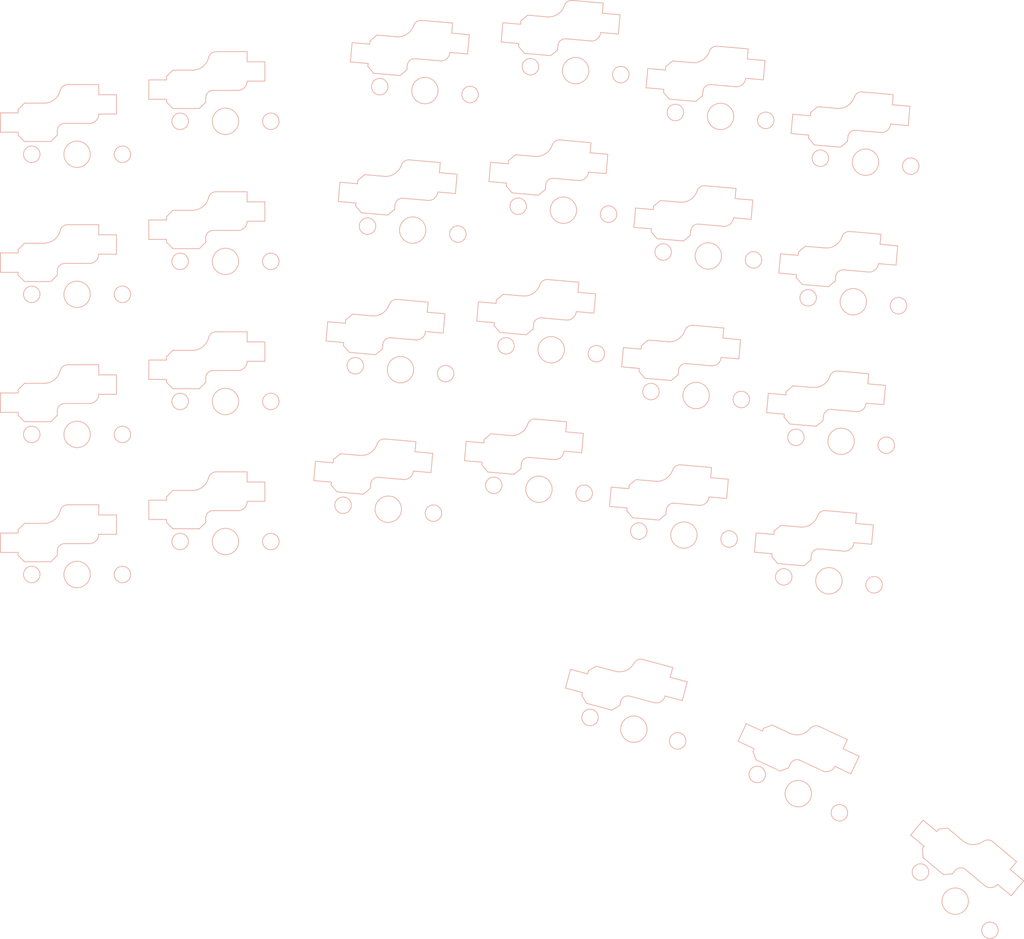
<source format=kicad_pcb>
(kicad_pcb (version 20171130) (host pcbnew 5.1.6)
  (title_block (title "hotswap_cutouts_right") (rev "v1.0.0") (company "Unknown"))
  (layers (0 F.Cu signal) (31 B.Cu signal) (34 B.Paste user) (35 F.Paste user) (36 B.SilkS user) (37 F.SilkS user) (38 B.Mask user) (39 F.Mask user) (44 Edge.Cuts user))
  (net 0 "")
  (footprint "kailh_choc_hotswap_socket" (layer "B.SilkS") (at 120 150 0))
  (footprint "kailh_choc_hotswap_socket" (layer "B.SilkS") (at 120 133 0))
  (footprint "kailh_choc_hotswap_socket" (layer "B.SilkS") (at 120 116 0))
  (footprint "kailh_choc_hotswap_socket" (layer "B.SilkS") (at 120 99 0))
  (footprint "kailh_choc_hotswap_socket" (layer "B.SilkS") (at 138 146 0))
  (footprint "kailh_choc_hotswap_socket" (layer "B.SilkS") (at 138 129 0))
  (footprint "kailh_choc_hotswap_socket" (layer "B.SilkS") (at 138 112 0))
  (footprint "kailh_choc_hotswap_socket" (layer "B.SilkS") (at 138 95 0))
  (footprint "kailh_choc_hotswap_socket" (layer "B.SilkS") (at 157.7431149 142.076106 -5))
  (footprint "kailh_choc_hotswap_socket" (layer "B.SilkS") (at 159.2247625 125.14079610000002 -5))
  (footprint "kailh_choc_hotswap_socket" (layer "B.SilkS") (at 160.7064101 108.20548620000002 -5))
  (footprint "kailh_choc_hotswap_socket" (layer "B.SilkS") (at 162.1880577 91.27017630000003 -5))
  (footprint "kailh_choc_hotswap_socket" (layer "B.SilkS") (at 176.02324240000002 139.6601306 -5))
  (footprint "kailh_choc_hotswap_socket" (layer "B.SilkS") (at 177.50489000000002 122.72482070000001 -5))
  (footprint "kailh_choc_hotswap_socket" (layer "B.SilkS") (at 178.98653760000002 105.78951080000002 -5))
  (footprint "kailh_choc_hotswap_socket" (layer "B.SilkS") (at 180.46818520000002 88.85420090000002 -5))
  (footprint "kailh_choc_hotswap_socket" (layer "B.SilkS") (at 193.606124 145.2137128 -5))
  (footprint "kailh_choc_hotswap_socket" (layer "B.SilkS") (at 195.0877716 128.2784029 -5))
  (footprint "kailh_choc_hotswap_socket" (layer "B.SilkS") (at 196.5694192 111.34309300000001 -5))
  (footprint "kailh_choc_hotswap_socket" (layer "B.SilkS") (at 198.0510668 94.40778310000002 -5))
  (footprint "kailh_choc_hotswap_socket" (layer "B.SilkS") (at 211.1890056 150.7672949 -5))
  (footprint "kailh_choc_hotswap_socket" (layer "B.SilkS") (at 212.6706532 133.831985 -5))
  (footprint "kailh_choc_hotswap_socket" (layer "B.SilkS") (at 214.1523008 116.89667510000001 -5))
  (footprint "kailh_choc_hotswap_socket" (layer "B.SilkS") (at 215.6339484 99.96136520000002 -5))
  (footprint "kailh_choc_hotswap_socket" (layer "B.SilkS") (at 187.5296074 168.7737625 -15))
  (footprint "kailh_choc_hotswap_socket" (layer "B.SilkS") (at 207.4768402 176.5904567 -25))
  (footprint "kailh_choc_hotswap_socket" (layer "B.SilkS") (at 226.5106071 189.64488450000002 -40))
)
</source>
